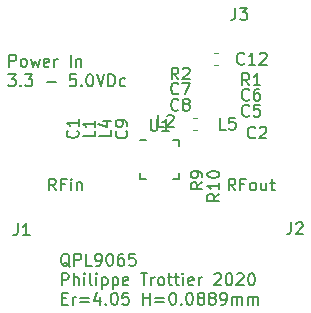
<source format=gbr>
%TF.GenerationSoftware,KiCad,Pcbnew,5.1.7*%
%TF.CreationDate,2020-12-15T20:32:55+00:00*%
%TF.ProjectId,QPL9065,51504c39-3036-4352-9e6b-696361645f70,rev?*%
%TF.SameCoordinates,Original*%
%TF.FileFunction,Legend,Top*%
%TF.FilePolarity,Positive*%
%FSLAX46Y46*%
G04 Gerber Fmt 4.6, Leading zero omitted, Abs format (unit mm)*
G04 Created by KiCad (PCBNEW 5.1.7) date 2020-12-15 20:32:55*
%MOMM*%
%LPD*%
G01*
G04 APERTURE LIST*
%ADD10C,0.150000*%
%ADD11C,0.120000*%
G04 APERTURE END LIST*
D10*
X137285595Y-86127380D02*
X137285595Y-85127380D01*
X137666547Y-85127380D01*
X137761785Y-85175000D01*
X137809404Y-85222619D01*
X137857023Y-85317857D01*
X137857023Y-85460714D01*
X137809404Y-85555952D01*
X137761785Y-85603571D01*
X137666547Y-85651190D01*
X137285595Y-85651190D01*
X138428452Y-86127380D02*
X138333214Y-86079761D01*
X138285595Y-86032142D01*
X138237976Y-85936904D01*
X138237976Y-85651190D01*
X138285595Y-85555952D01*
X138333214Y-85508333D01*
X138428452Y-85460714D01*
X138571309Y-85460714D01*
X138666547Y-85508333D01*
X138714166Y-85555952D01*
X138761785Y-85651190D01*
X138761785Y-85936904D01*
X138714166Y-86032142D01*
X138666547Y-86079761D01*
X138571309Y-86127380D01*
X138428452Y-86127380D01*
X139095119Y-85460714D02*
X139285595Y-86127380D01*
X139476071Y-85651190D01*
X139666547Y-86127380D01*
X139857023Y-85460714D01*
X140618928Y-86079761D02*
X140523690Y-86127380D01*
X140333214Y-86127380D01*
X140237976Y-86079761D01*
X140190357Y-85984523D01*
X140190357Y-85603571D01*
X140237976Y-85508333D01*
X140333214Y-85460714D01*
X140523690Y-85460714D01*
X140618928Y-85508333D01*
X140666547Y-85603571D01*
X140666547Y-85698809D01*
X140190357Y-85794047D01*
X141095119Y-86127380D02*
X141095119Y-85460714D01*
X141095119Y-85651190D02*
X141142738Y-85555952D01*
X141190357Y-85508333D01*
X141285595Y-85460714D01*
X141380833Y-85460714D01*
X142476071Y-86127380D02*
X142476071Y-85127380D01*
X142952261Y-85460714D02*
X142952261Y-86127380D01*
X142952261Y-85555952D02*
X142999880Y-85508333D01*
X143095119Y-85460714D01*
X143237976Y-85460714D01*
X143333214Y-85508333D01*
X143380833Y-85603571D01*
X143380833Y-86127380D01*
X137190357Y-86777380D02*
X137809404Y-86777380D01*
X137476071Y-87158333D01*
X137618928Y-87158333D01*
X137714166Y-87205952D01*
X137761785Y-87253571D01*
X137809404Y-87348809D01*
X137809404Y-87586904D01*
X137761785Y-87682142D01*
X137714166Y-87729761D01*
X137618928Y-87777380D01*
X137333214Y-87777380D01*
X137237976Y-87729761D01*
X137190357Y-87682142D01*
X138237976Y-87682142D02*
X138285595Y-87729761D01*
X138237976Y-87777380D01*
X138190357Y-87729761D01*
X138237976Y-87682142D01*
X138237976Y-87777380D01*
X138618928Y-86777380D02*
X139237976Y-86777380D01*
X138904642Y-87158333D01*
X139047500Y-87158333D01*
X139142738Y-87205952D01*
X139190357Y-87253571D01*
X139237976Y-87348809D01*
X139237976Y-87586904D01*
X139190357Y-87682142D01*
X139142738Y-87729761D01*
X139047500Y-87777380D01*
X138761785Y-87777380D01*
X138666547Y-87729761D01*
X138618928Y-87682142D01*
X140428452Y-87396428D02*
X141190357Y-87396428D01*
X142904642Y-86777380D02*
X142428452Y-86777380D01*
X142380833Y-87253571D01*
X142428452Y-87205952D01*
X142523690Y-87158333D01*
X142761785Y-87158333D01*
X142857023Y-87205952D01*
X142904642Y-87253571D01*
X142952261Y-87348809D01*
X142952261Y-87586904D01*
X142904642Y-87682142D01*
X142857023Y-87729761D01*
X142761785Y-87777380D01*
X142523690Y-87777380D01*
X142428452Y-87729761D01*
X142380833Y-87682142D01*
X143380833Y-87682142D02*
X143428452Y-87729761D01*
X143380833Y-87777380D01*
X143333214Y-87729761D01*
X143380833Y-87682142D01*
X143380833Y-87777380D01*
X144047500Y-86777380D02*
X144142738Y-86777380D01*
X144237976Y-86825000D01*
X144285595Y-86872619D01*
X144333214Y-86967857D01*
X144380833Y-87158333D01*
X144380833Y-87396428D01*
X144333214Y-87586904D01*
X144285595Y-87682142D01*
X144237976Y-87729761D01*
X144142738Y-87777380D01*
X144047500Y-87777380D01*
X143952261Y-87729761D01*
X143904642Y-87682142D01*
X143857023Y-87586904D01*
X143809404Y-87396428D01*
X143809404Y-87158333D01*
X143857023Y-86967857D01*
X143904642Y-86872619D01*
X143952261Y-86825000D01*
X144047500Y-86777380D01*
X144666547Y-86777380D02*
X144999880Y-87777380D01*
X145333214Y-86777380D01*
X145666547Y-87777380D02*
X145666547Y-86777380D01*
X145904642Y-86777380D01*
X146047500Y-86825000D01*
X146142738Y-86920238D01*
X146190357Y-87015476D01*
X146237976Y-87205952D01*
X146237976Y-87348809D01*
X146190357Y-87539285D01*
X146142738Y-87634523D01*
X146047500Y-87729761D01*
X145904642Y-87777380D01*
X145666547Y-87777380D01*
X147095119Y-87729761D02*
X146999880Y-87777380D01*
X146809404Y-87777380D01*
X146714166Y-87729761D01*
X146666547Y-87682142D01*
X146618928Y-87586904D01*
X146618928Y-87301190D01*
X146666547Y-87205952D01*
X146714166Y-87158333D01*
X146809404Y-87110714D01*
X146999880Y-87110714D01*
X147095119Y-87158333D01*
X156410476Y-96612380D02*
X156077142Y-96136190D01*
X155839047Y-96612380D02*
X155839047Y-95612380D01*
X156220000Y-95612380D01*
X156315238Y-95660000D01*
X156362857Y-95707619D01*
X156410476Y-95802857D01*
X156410476Y-95945714D01*
X156362857Y-96040952D01*
X156315238Y-96088571D01*
X156220000Y-96136190D01*
X155839047Y-96136190D01*
X157172380Y-96088571D02*
X156839047Y-96088571D01*
X156839047Y-96612380D02*
X156839047Y-95612380D01*
X157315238Y-95612380D01*
X157839047Y-96612380D02*
X157743809Y-96564761D01*
X157696190Y-96517142D01*
X157648571Y-96421904D01*
X157648571Y-96136190D01*
X157696190Y-96040952D01*
X157743809Y-95993333D01*
X157839047Y-95945714D01*
X157981904Y-95945714D01*
X158077142Y-95993333D01*
X158124761Y-96040952D01*
X158172380Y-96136190D01*
X158172380Y-96421904D01*
X158124761Y-96517142D01*
X158077142Y-96564761D01*
X157981904Y-96612380D01*
X157839047Y-96612380D01*
X159029523Y-95945714D02*
X159029523Y-96612380D01*
X158600952Y-95945714D02*
X158600952Y-96469523D01*
X158648571Y-96564761D01*
X158743809Y-96612380D01*
X158886666Y-96612380D01*
X158981904Y-96564761D01*
X159029523Y-96517142D01*
X159362857Y-95945714D02*
X159743809Y-95945714D01*
X159505714Y-95612380D02*
X159505714Y-96469523D01*
X159553333Y-96564761D01*
X159648571Y-96612380D01*
X159743809Y-96612380D01*
X141230476Y-96602380D02*
X140897142Y-96126190D01*
X140659047Y-96602380D02*
X140659047Y-95602380D01*
X141040000Y-95602380D01*
X141135238Y-95650000D01*
X141182857Y-95697619D01*
X141230476Y-95792857D01*
X141230476Y-95935714D01*
X141182857Y-96030952D01*
X141135238Y-96078571D01*
X141040000Y-96126190D01*
X140659047Y-96126190D01*
X141992380Y-96078571D02*
X141659047Y-96078571D01*
X141659047Y-96602380D02*
X141659047Y-95602380D01*
X142135238Y-95602380D01*
X142516190Y-96602380D02*
X142516190Y-95935714D01*
X142516190Y-95602380D02*
X142468571Y-95650000D01*
X142516190Y-95697619D01*
X142563809Y-95650000D01*
X142516190Y-95602380D01*
X142516190Y-95697619D01*
X142992380Y-95935714D02*
X142992380Y-96602380D01*
X142992380Y-96030952D02*
X143040000Y-95983333D01*
X143135238Y-95935714D01*
X143278095Y-95935714D01*
X143373333Y-95983333D01*
X143420952Y-96078571D01*
X143420952Y-96602380D01*
X142402261Y-103072619D02*
X142307023Y-103025000D01*
X142211785Y-102929761D01*
X142068928Y-102786904D01*
X141973690Y-102739285D01*
X141878452Y-102739285D01*
X141926071Y-102977380D02*
X141830833Y-102929761D01*
X141735595Y-102834523D01*
X141687976Y-102644047D01*
X141687976Y-102310714D01*
X141735595Y-102120238D01*
X141830833Y-102025000D01*
X141926071Y-101977380D01*
X142116547Y-101977380D01*
X142211785Y-102025000D01*
X142307023Y-102120238D01*
X142354642Y-102310714D01*
X142354642Y-102644047D01*
X142307023Y-102834523D01*
X142211785Y-102929761D01*
X142116547Y-102977380D01*
X141926071Y-102977380D01*
X142783214Y-102977380D02*
X142783214Y-101977380D01*
X143164166Y-101977380D01*
X143259404Y-102025000D01*
X143307023Y-102072619D01*
X143354642Y-102167857D01*
X143354642Y-102310714D01*
X143307023Y-102405952D01*
X143259404Y-102453571D01*
X143164166Y-102501190D01*
X142783214Y-102501190D01*
X144259404Y-102977380D02*
X143783214Y-102977380D01*
X143783214Y-101977380D01*
X144640357Y-102977380D02*
X144830833Y-102977380D01*
X144926071Y-102929761D01*
X144973690Y-102882142D01*
X145068928Y-102739285D01*
X145116547Y-102548809D01*
X145116547Y-102167857D01*
X145068928Y-102072619D01*
X145021309Y-102025000D01*
X144926071Y-101977380D01*
X144735595Y-101977380D01*
X144640357Y-102025000D01*
X144592738Y-102072619D01*
X144545119Y-102167857D01*
X144545119Y-102405952D01*
X144592738Y-102501190D01*
X144640357Y-102548809D01*
X144735595Y-102596428D01*
X144926071Y-102596428D01*
X145021309Y-102548809D01*
X145068928Y-102501190D01*
X145116547Y-102405952D01*
X145735595Y-101977380D02*
X145830833Y-101977380D01*
X145926071Y-102025000D01*
X145973690Y-102072619D01*
X146021309Y-102167857D01*
X146068928Y-102358333D01*
X146068928Y-102596428D01*
X146021309Y-102786904D01*
X145973690Y-102882142D01*
X145926071Y-102929761D01*
X145830833Y-102977380D01*
X145735595Y-102977380D01*
X145640357Y-102929761D01*
X145592738Y-102882142D01*
X145545119Y-102786904D01*
X145497500Y-102596428D01*
X145497500Y-102358333D01*
X145545119Y-102167857D01*
X145592738Y-102072619D01*
X145640357Y-102025000D01*
X145735595Y-101977380D01*
X146926071Y-101977380D02*
X146735595Y-101977380D01*
X146640357Y-102025000D01*
X146592738Y-102072619D01*
X146497500Y-102215476D01*
X146449880Y-102405952D01*
X146449880Y-102786904D01*
X146497500Y-102882142D01*
X146545119Y-102929761D01*
X146640357Y-102977380D01*
X146830833Y-102977380D01*
X146926071Y-102929761D01*
X146973690Y-102882142D01*
X147021309Y-102786904D01*
X147021309Y-102548809D01*
X146973690Y-102453571D01*
X146926071Y-102405952D01*
X146830833Y-102358333D01*
X146640357Y-102358333D01*
X146545119Y-102405952D01*
X146497500Y-102453571D01*
X146449880Y-102548809D01*
X147926071Y-101977380D02*
X147449880Y-101977380D01*
X147402261Y-102453571D01*
X147449880Y-102405952D01*
X147545119Y-102358333D01*
X147783214Y-102358333D01*
X147878452Y-102405952D01*
X147926071Y-102453571D01*
X147973690Y-102548809D01*
X147973690Y-102786904D01*
X147926071Y-102882142D01*
X147878452Y-102929761D01*
X147783214Y-102977380D01*
X147545119Y-102977380D01*
X147449880Y-102929761D01*
X147402261Y-102882142D01*
X141735595Y-104627380D02*
X141735595Y-103627380D01*
X142116547Y-103627380D01*
X142211785Y-103675000D01*
X142259404Y-103722619D01*
X142307023Y-103817857D01*
X142307023Y-103960714D01*
X142259404Y-104055952D01*
X142211785Y-104103571D01*
X142116547Y-104151190D01*
X141735595Y-104151190D01*
X142735595Y-104627380D02*
X142735595Y-103627380D01*
X143164166Y-104627380D02*
X143164166Y-104103571D01*
X143116547Y-104008333D01*
X143021309Y-103960714D01*
X142878452Y-103960714D01*
X142783214Y-104008333D01*
X142735595Y-104055952D01*
X143640357Y-104627380D02*
X143640357Y-103960714D01*
X143640357Y-103627380D02*
X143592738Y-103675000D01*
X143640357Y-103722619D01*
X143687976Y-103675000D01*
X143640357Y-103627380D01*
X143640357Y-103722619D01*
X144259404Y-104627380D02*
X144164166Y-104579761D01*
X144116547Y-104484523D01*
X144116547Y-103627380D01*
X144640357Y-104627380D02*
X144640357Y-103960714D01*
X144640357Y-103627380D02*
X144592738Y-103675000D01*
X144640357Y-103722619D01*
X144687976Y-103675000D01*
X144640357Y-103627380D01*
X144640357Y-103722619D01*
X145116547Y-103960714D02*
X145116547Y-104960714D01*
X145116547Y-104008333D02*
X145211785Y-103960714D01*
X145402261Y-103960714D01*
X145497500Y-104008333D01*
X145545119Y-104055952D01*
X145592738Y-104151190D01*
X145592738Y-104436904D01*
X145545119Y-104532142D01*
X145497500Y-104579761D01*
X145402261Y-104627380D01*
X145211785Y-104627380D01*
X145116547Y-104579761D01*
X146021309Y-103960714D02*
X146021309Y-104960714D01*
X146021309Y-104008333D02*
X146116547Y-103960714D01*
X146307023Y-103960714D01*
X146402261Y-104008333D01*
X146449880Y-104055952D01*
X146497500Y-104151190D01*
X146497500Y-104436904D01*
X146449880Y-104532142D01*
X146402261Y-104579761D01*
X146307023Y-104627380D01*
X146116547Y-104627380D01*
X146021309Y-104579761D01*
X147307023Y-104579761D02*
X147211785Y-104627380D01*
X147021309Y-104627380D01*
X146926071Y-104579761D01*
X146878452Y-104484523D01*
X146878452Y-104103571D01*
X146926071Y-104008333D01*
X147021309Y-103960714D01*
X147211785Y-103960714D01*
X147307023Y-104008333D01*
X147354642Y-104103571D01*
X147354642Y-104198809D01*
X146878452Y-104294047D01*
X148402261Y-103627380D02*
X148973690Y-103627380D01*
X148687976Y-104627380D02*
X148687976Y-103627380D01*
X149307023Y-104627380D02*
X149307023Y-103960714D01*
X149307023Y-104151190D02*
X149354642Y-104055952D01*
X149402261Y-104008333D01*
X149497500Y-103960714D01*
X149592738Y-103960714D01*
X150068928Y-104627380D02*
X149973690Y-104579761D01*
X149926071Y-104532142D01*
X149878452Y-104436904D01*
X149878452Y-104151190D01*
X149926071Y-104055952D01*
X149973690Y-104008333D01*
X150068928Y-103960714D01*
X150211785Y-103960714D01*
X150307023Y-104008333D01*
X150354642Y-104055952D01*
X150402261Y-104151190D01*
X150402261Y-104436904D01*
X150354642Y-104532142D01*
X150307023Y-104579761D01*
X150211785Y-104627380D01*
X150068928Y-104627380D01*
X150687976Y-103960714D02*
X151068928Y-103960714D01*
X150830833Y-103627380D02*
X150830833Y-104484523D01*
X150878452Y-104579761D01*
X150973690Y-104627380D01*
X151068928Y-104627380D01*
X151259404Y-103960714D02*
X151640357Y-103960714D01*
X151402261Y-103627380D02*
X151402261Y-104484523D01*
X151449880Y-104579761D01*
X151545119Y-104627380D01*
X151640357Y-104627380D01*
X151973690Y-104627380D02*
X151973690Y-103960714D01*
X151973690Y-103627380D02*
X151926071Y-103675000D01*
X151973690Y-103722619D01*
X152021309Y-103675000D01*
X151973690Y-103627380D01*
X151973690Y-103722619D01*
X152830833Y-104579761D02*
X152735595Y-104627380D01*
X152545119Y-104627380D01*
X152449880Y-104579761D01*
X152402261Y-104484523D01*
X152402261Y-104103571D01*
X152449880Y-104008333D01*
X152545119Y-103960714D01*
X152735595Y-103960714D01*
X152830833Y-104008333D01*
X152878452Y-104103571D01*
X152878452Y-104198809D01*
X152402261Y-104294047D01*
X153307023Y-104627380D02*
X153307023Y-103960714D01*
X153307023Y-104151190D02*
X153354642Y-104055952D01*
X153402261Y-104008333D01*
X153497500Y-103960714D01*
X153592738Y-103960714D01*
X154640357Y-103722619D02*
X154687976Y-103675000D01*
X154783214Y-103627380D01*
X155021309Y-103627380D01*
X155116547Y-103675000D01*
X155164166Y-103722619D01*
X155211785Y-103817857D01*
X155211785Y-103913095D01*
X155164166Y-104055952D01*
X154592738Y-104627380D01*
X155211785Y-104627380D01*
X155830833Y-103627380D02*
X155926071Y-103627380D01*
X156021309Y-103675000D01*
X156068928Y-103722619D01*
X156116547Y-103817857D01*
X156164166Y-104008333D01*
X156164166Y-104246428D01*
X156116547Y-104436904D01*
X156068928Y-104532142D01*
X156021309Y-104579761D01*
X155926071Y-104627380D01*
X155830833Y-104627380D01*
X155735595Y-104579761D01*
X155687976Y-104532142D01*
X155640357Y-104436904D01*
X155592738Y-104246428D01*
X155592738Y-104008333D01*
X155640357Y-103817857D01*
X155687976Y-103722619D01*
X155735595Y-103675000D01*
X155830833Y-103627380D01*
X156545119Y-103722619D02*
X156592738Y-103675000D01*
X156687976Y-103627380D01*
X156926071Y-103627380D01*
X157021309Y-103675000D01*
X157068928Y-103722619D01*
X157116547Y-103817857D01*
X157116547Y-103913095D01*
X157068928Y-104055952D01*
X156497500Y-104627380D01*
X157116547Y-104627380D01*
X157735595Y-103627380D02*
X157830833Y-103627380D01*
X157926071Y-103675000D01*
X157973690Y-103722619D01*
X158021309Y-103817857D01*
X158068928Y-104008333D01*
X158068928Y-104246428D01*
X158021309Y-104436904D01*
X157973690Y-104532142D01*
X157926071Y-104579761D01*
X157830833Y-104627380D01*
X157735595Y-104627380D01*
X157640357Y-104579761D01*
X157592738Y-104532142D01*
X157545119Y-104436904D01*
X157497500Y-104246428D01*
X157497500Y-104008333D01*
X157545119Y-103817857D01*
X157592738Y-103722619D01*
X157640357Y-103675000D01*
X157735595Y-103627380D01*
X141735595Y-105753571D02*
X142068928Y-105753571D01*
X142211785Y-106277380D02*
X141735595Y-106277380D01*
X141735595Y-105277380D01*
X142211785Y-105277380D01*
X142640357Y-106277380D02*
X142640357Y-105610714D01*
X142640357Y-105801190D02*
X142687976Y-105705952D01*
X142735595Y-105658333D01*
X142830833Y-105610714D01*
X142926071Y-105610714D01*
X143259404Y-105753571D02*
X144021309Y-105753571D01*
X144021309Y-106039285D02*
X143259404Y-106039285D01*
X144926071Y-105610714D02*
X144926071Y-106277380D01*
X144687976Y-105229761D02*
X144449880Y-105944047D01*
X145068928Y-105944047D01*
X145449880Y-106182142D02*
X145497500Y-106229761D01*
X145449880Y-106277380D01*
X145402261Y-106229761D01*
X145449880Y-106182142D01*
X145449880Y-106277380D01*
X146116547Y-105277380D02*
X146211785Y-105277380D01*
X146307023Y-105325000D01*
X146354642Y-105372619D01*
X146402261Y-105467857D01*
X146449880Y-105658333D01*
X146449880Y-105896428D01*
X146402261Y-106086904D01*
X146354642Y-106182142D01*
X146307023Y-106229761D01*
X146211785Y-106277380D01*
X146116547Y-106277380D01*
X146021309Y-106229761D01*
X145973690Y-106182142D01*
X145926071Y-106086904D01*
X145878452Y-105896428D01*
X145878452Y-105658333D01*
X145926071Y-105467857D01*
X145973690Y-105372619D01*
X146021309Y-105325000D01*
X146116547Y-105277380D01*
X147354642Y-105277380D02*
X146878452Y-105277380D01*
X146830833Y-105753571D01*
X146878452Y-105705952D01*
X146973690Y-105658333D01*
X147211785Y-105658333D01*
X147307023Y-105705952D01*
X147354642Y-105753571D01*
X147402261Y-105848809D01*
X147402261Y-106086904D01*
X147354642Y-106182142D01*
X147307023Y-106229761D01*
X147211785Y-106277380D01*
X146973690Y-106277380D01*
X146878452Y-106229761D01*
X146830833Y-106182142D01*
X148592738Y-106277380D02*
X148592738Y-105277380D01*
X148592738Y-105753571D02*
X149164166Y-105753571D01*
X149164166Y-106277380D02*
X149164166Y-105277380D01*
X149640357Y-105753571D02*
X150402261Y-105753571D01*
X150402261Y-106039285D02*
X149640357Y-106039285D01*
X151068928Y-105277380D02*
X151164166Y-105277380D01*
X151259404Y-105325000D01*
X151307023Y-105372619D01*
X151354642Y-105467857D01*
X151402261Y-105658333D01*
X151402261Y-105896428D01*
X151354642Y-106086904D01*
X151307023Y-106182142D01*
X151259404Y-106229761D01*
X151164166Y-106277380D01*
X151068928Y-106277380D01*
X150973690Y-106229761D01*
X150926071Y-106182142D01*
X150878452Y-106086904D01*
X150830833Y-105896428D01*
X150830833Y-105658333D01*
X150878452Y-105467857D01*
X150926071Y-105372619D01*
X150973690Y-105325000D01*
X151068928Y-105277380D01*
X151830833Y-106182142D02*
X151878452Y-106229761D01*
X151830833Y-106277380D01*
X151783214Y-106229761D01*
X151830833Y-106182142D01*
X151830833Y-106277380D01*
X152497500Y-105277380D02*
X152592738Y-105277380D01*
X152687976Y-105325000D01*
X152735595Y-105372619D01*
X152783214Y-105467857D01*
X152830833Y-105658333D01*
X152830833Y-105896428D01*
X152783214Y-106086904D01*
X152735595Y-106182142D01*
X152687976Y-106229761D01*
X152592738Y-106277380D01*
X152497500Y-106277380D01*
X152402261Y-106229761D01*
X152354642Y-106182142D01*
X152307023Y-106086904D01*
X152259404Y-105896428D01*
X152259404Y-105658333D01*
X152307023Y-105467857D01*
X152354642Y-105372619D01*
X152402261Y-105325000D01*
X152497500Y-105277380D01*
X153402261Y-105705952D02*
X153307023Y-105658333D01*
X153259404Y-105610714D01*
X153211785Y-105515476D01*
X153211785Y-105467857D01*
X153259404Y-105372619D01*
X153307023Y-105325000D01*
X153402261Y-105277380D01*
X153592738Y-105277380D01*
X153687976Y-105325000D01*
X153735595Y-105372619D01*
X153783214Y-105467857D01*
X153783214Y-105515476D01*
X153735595Y-105610714D01*
X153687976Y-105658333D01*
X153592738Y-105705952D01*
X153402261Y-105705952D01*
X153307023Y-105753571D01*
X153259404Y-105801190D01*
X153211785Y-105896428D01*
X153211785Y-106086904D01*
X153259404Y-106182142D01*
X153307023Y-106229761D01*
X153402261Y-106277380D01*
X153592738Y-106277380D01*
X153687976Y-106229761D01*
X153735595Y-106182142D01*
X153783214Y-106086904D01*
X153783214Y-105896428D01*
X153735595Y-105801190D01*
X153687976Y-105753571D01*
X153592738Y-105705952D01*
X154354642Y-105705952D02*
X154259404Y-105658333D01*
X154211785Y-105610714D01*
X154164166Y-105515476D01*
X154164166Y-105467857D01*
X154211785Y-105372619D01*
X154259404Y-105325000D01*
X154354642Y-105277380D01*
X154545119Y-105277380D01*
X154640357Y-105325000D01*
X154687976Y-105372619D01*
X154735595Y-105467857D01*
X154735595Y-105515476D01*
X154687976Y-105610714D01*
X154640357Y-105658333D01*
X154545119Y-105705952D01*
X154354642Y-105705952D01*
X154259404Y-105753571D01*
X154211785Y-105801190D01*
X154164166Y-105896428D01*
X154164166Y-106086904D01*
X154211785Y-106182142D01*
X154259404Y-106229761D01*
X154354642Y-106277380D01*
X154545119Y-106277380D01*
X154640357Y-106229761D01*
X154687976Y-106182142D01*
X154735595Y-106086904D01*
X154735595Y-105896428D01*
X154687976Y-105801190D01*
X154640357Y-105753571D01*
X154545119Y-105705952D01*
X155211785Y-106277380D02*
X155402261Y-106277380D01*
X155497500Y-106229761D01*
X155545119Y-106182142D01*
X155640357Y-106039285D01*
X155687976Y-105848809D01*
X155687976Y-105467857D01*
X155640357Y-105372619D01*
X155592738Y-105325000D01*
X155497500Y-105277380D01*
X155307023Y-105277380D01*
X155211785Y-105325000D01*
X155164166Y-105372619D01*
X155116547Y-105467857D01*
X155116547Y-105705952D01*
X155164166Y-105801190D01*
X155211785Y-105848809D01*
X155307023Y-105896428D01*
X155497500Y-105896428D01*
X155592738Y-105848809D01*
X155640357Y-105801190D01*
X155687976Y-105705952D01*
X156116547Y-106277380D02*
X156116547Y-105610714D01*
X156116547Y-105705952D02*
X156164166Y-105658333D01*
X156259404Y-105610714D01*
X156402261Y-105610714D01*
X156497500Y-105658333D01*
X156545119Y-105753571D01*
X156545119Y-106277380D01*
X156545119Y-105753571D02*
X156592738Y-105658333D01*
X156687976Y-105610714D01*
X156830833Y-105610714D01*
X156926071Y-105658333D01*
X156973690Y-105753571D01*
X156973690Y-106277380D01*
X157449880Y-106277380D02*
X157449880Y-105610714D01*
X157449880Y-105705952D02*
X157497500Y-105658333D01*
X157592738Y-105610714D01*
X157735595Y-105610714D01*
X157830833Y-105658333D01*
X157878452Y-105753571D01*
X157878452Y-106277380D01*
X157878452Y-105753571D02*
X157926071Y-105658333D01*
X158021309Y-105610714D01*
X158164166Y-105610714D01*
X158259404Y-105658333D01*
X158307023Y-105753571D01*
X158307023Y-106277380D01*
D11*
%TO.C,C12*%
X154624721Y-84990000D02*
X154950279Y-84990000D01*
X154624721Y-86010000D02*
X154950279Y-86010000D01*
%TO.C,L5*%
X152824721Y-90490000D02*
X153150279Y-90490000D01*
X152824721Y-91510000D02*
X153150279Y-91510000D01*
D10*
%TO.C,U1*%
X151650000Y-92350000D02*
X151650000Y-92875000D01*
X148350000Y-95650000D02*
X148350000Y-95125000D01*
X151650000Y-95650000D02*
X151650000Y-95125000D01*
X148350000Y-92350000D02*
X148875000Y-92350000D01*
X148350000Y-95650000D02*
X148875000Y-95650000D01*
X151650000Y-95650000D02*
X151125000Y-95650000D01*
X151650000Y-92350000D02*
X151125000Y-92350000D01*
%TO.C,C5*%
X157583333Y-90257142D02*
X157535714Y-90304761D01*
X157392857Y-90352380D01*
X157297619Y-90352380D01*
X157154761Y-90304761D01*
X157059523Y-90209523D01*
X157011904Y-90114285D01*
X156964285Y-89923809D01*
X156964285Y-89780952D01*
X157011904Y-89590476D01*
X157059523Y-89495238D01*
X157154761Y-89400000D01*
X157297619Y-89352380D01*
X157392857Y-89352380D01*
X157535714Y-89400000D01*
X157583333Y-89447619D01*
X158488095Y-89352380D02*
X158011904Y-89352380D01*
X157964285Y-89828571D01*
X158011904Y-89780952D01*
X158107142Y-89733333D01*
X158345238Y-89733333D01*
X158440476Y-89780952D01*
X158488095Y-89828571D01*
X158535714Y-89923809D01*
X158535714Y-90161904D01*
X158488095Y-90257142D01*
X158440476Y-90304761D01*
X158345238Y-90352380D01*
X158107142Y-90352380D01*
X158011904Y-90304761D01*
X157964285Y-90257142D01*
%TO.C,C6*%
X157583333Y-88907142D02*
X157535714Y-88954761D01*
X157392857Y-89002380D01*
X157297619Y-89002380D01*
X157154761Y-88954761D01*
X157059523Y-88859523D01*
X157011904Y-88764285D01*
X156964285Y-88573809D01*
X156964285Y-88430952D01*
X157011904Y-88240476D01*
X157059523Y-88145238D01*
X157154761Y-88050000D01*
X157297619Y-88002380D01*
X157392857Y-88002380D01*
X157535714Y-88050000D01*
X157583333Y-88097619D01*
X158440476Y-88002380D02*
X158250000Y-88002380D01*
X158154761Y-88050000D01*
X158107142Y-88097619D01*
X158011904Y-88240476D01*
X157964285Y-88430952D01*
X157964285Y-88811904D01*
X158011904Y-88907142D01*
X158059523Y-88954761D01*
X158154761Y-89002380D01*
X158345238Y-89002380D01*
X158440476Y-88954761D01*
X158488095Y-88907142D01*
X158535714Y-88811904D01*
X158535714Y-88573809D01*
X158488095Y-88478571D01*
X158440476Y-88430952D01*
X158345238Y-88383333D01*
X158154761Y-88383333D01*
X158059523Y-88430952D01*
X158011904Y-88478571D01*
X157964285Y-88573809D01*
%TO.C,C7*%
X151583333Y-88382142D02*
X151535714Y-88429761D01*
X151392857Y-88477380D01*
X151297619Y-88477380D01*
X151154761Y-88429761D01*
X151059523Y-88334523D01*
X151011904Y-88239285D01*
X150964285Y-88048809D01*
X150964285Y-87905952D01*
X151011904Y-87715476D01*
X151059523Y-87620238D01*
X151154761Y-87525000D01*
X151297619Y-87477380D01*
X151392857Y-87477380D01*
X151535714Y-87525000D01*
X151583333Y-87572619D01*
X151916666Y-87477380D02*
X152583333Y-87477380D01*
X152154761Y-88477380D01*
%TO.C,C8*%
X151583333Y-89757142D02*
X151535714Y-89804761D01*
X151392857Y-89852380D01*
X151297619Y-89852380D01*
X151154761Y-89804761D01*
X151059523Y-89709523D01*
X151011904Y-89614285D01*
X150964285Y-89423809D01*
X150964285Y-89280952D01*
X151011904Y-89090476D01*
X151059523Y-88995238D01*
X151154761Y-88900000D01*
X151297619Y-88852380D01*
X151392857Y-88852380D01*
X151535714Y-88900000D01*
X151583333Y-88947619D01*
X152154761Y-89280952D02*
X152059523Y-89233333D01*
X152011904Y-89185714D01*
X151964285Y-89090476D01*
X151964285Y-89042857D01*
X152011904Y-88947619D01*
X152059523Y-88900000D01*
X152154761Y-88852380D01*
X152345238Y-88852380D01*
X152440476Y-88900000D01*
X152488095Y-88947619D01*
X152535714Y-89042857D01*
X152535714Y-89090476D01*
X152488095Y-89185714D01*
X152440476Y-89233333D01*
X152345238Y-89280952D01*
X152154761Y-89280952D01*
X152059523Y-89328571D01*
X152011904Y-89376190D01*
X151964285Y-89471428D01*
X151964285Y-89661904D01*
X152011904Y-89757142D01*
X152059523Y-89804761D01*
X152154761Y-89852380D01*
X152345238Y-89852380D01*
X152440476Y-89804761D01*
X152488095Y-89757142D01*
X152535714Y-89661904D01*
X152535714Y-89471428D01*
X152488095Y-89376190D01*
X152440476Y-89328571D01*
X152345238Y-89280952D01*
%TO.C,C12*%
X157157142Y-85857142D02*
X157109523Y-85904761D01*
X156966666Y-85952380D01*
X156871428Y-85952380D01*
X156728571Y-85904761D01*
X156633333Y-85809523D01*
X156585714Y-85714285D01*
X156538095Y-85523809D01*
X156538095Y-85380952D01*
X156585714Y-85190476D01*
X156633333Y-85095238D01*
X156728571Y-85000000D01*
X156871428Y-84952380D01*
X156966666Y-84952380D01*
X157109523Y-85000000D01*
X157157142Y-85047619D01*
X158109523Y-85952380D02*
X157538095Y-85952380D01*
X157823809Y-85952380D02*
X157823809Y-84952380D01*
X157728571Y-85095238D01*
X157633333Y-85190476D01*
X157538095Y-85238095D01*
X158490476Y-85047619D02*
X158538095Y-85000000D01*
X158633333Y-84952380D01*
X158871428Y-84952380D01*
X158966666Y-85000000D01*
X159014285Y-85047619D01*
X159061904Y-85142857D01*
X159061904Y-85238095D01*
X159014285Y-85380952D01*
X158442857Y-85952380D01*
X159061904Y-85952380D01*
%TO.C,L2*%
X150333333Y-91227380D02*
X149857142Y-91227380D01*
X149857142Y-90227380D01*
X150619047Y-90322619D02*
X150666666Y-90275000D01*
X150761904Y-90227380D01*
X151000000Y-90227380D01*
X151095238Y-90275000D01*
X151142857Y-90322619D01*
X151190476Y-90417857D01*
X151190476Y-90513095D01*
X151142857Y-90655952D01*
X150571428Y-91227380D01*
X151190476Y-91227380D01*
%TO.C,L5*%
X155583333Y-91452380D02*
X155107142Y-91452380D01*
X155107142Y-90452380D01*
X156392857Y-90452380D02*
X155916666Y-90452380D01*
X155869047Y-90928571D01*
X155916666Y-90880952D01*
X156011904Y-90833333D01*
X156250000Y-90833333D01*
X156345238Y-90880952D01*
X156392857Y-90928571D01*
X156440476Y-91023809D01*
X156440476Y-91261904D01*
X156392857Y-91357142D01*
X156345238Y-91404761D01*
X156250000Y-91452380D01*
X156011904Y-91452380D01*
X155916666Y-91404761D01*
X155869047Y-91357142D01*
%TO.C,J1*%
X137996666Y-99402380D02*
X137996666Y-100116666D01*
X137949047Y-100259523D01*
X137853809Y-100354761D01*
X137710952Y-100402380D01*
X137615714Y-100402380D01*
X138996666Y-100402380D02*
X138425238Y-100402380D01*
X138710952Y-100402380D02*
X138710952Y-99402380D01*
X138615714Y-99545238D01*
X138520476Y-99640476D01*
X138425238Y-99688095D01*
%TO.C,J2*%
X161126666Y-99312380D02*
X161126666Y-100026666D01*
X161079047Y-100169523D01*
X160983809Y-100264761D01*
X160840952Y-100312380D01*
X160745714Y-100312380D01*
X161555238Y-99407619D02*
X161602857Y-99360000D01*
X161698095Y-99312380D01*
X161936190Y-99312380D01*
X162031428Y-99360000D01*
X162079047Y-99407619D01*
X162126666Y-99502857D01*
X162126666Y-99598095D01*
X162079047Y-99740952D01*
X161507619Y-100312380D01*
X162126666Y-100312380D01*
%TO.C,J3*%
X156416666Y-81152380D02*
X156416666Y-81866666D01*
X156369047Y-82009523D01*
X156273809Y-82104761D01*
X156130952Y-82152380D01*
X156035714Y-82152380D01*
X156797619Y-81152380D02*
X157416666Y-81152380D01*
X157083333Y-81533333D01*
X157226190Y-81533333D01*
X157321428Y-81580952D01*
X157369047Y-81628571D01*
X157416666Y-81723809D01*
X157416666Y-81961904D01*
X157369047Y-82057142D01*
X157321428Y-82104761D01*
X157226190Y-82152380D01*
X156940476Y-82152380D01*
X156845238Y-82104761D01*
X156797619Y-82057142D01*
%TO.C,R1*%
X157583333Y-87702380D02*
X157250000Y-87226190D01*
X157011904Y-87702380D02*
X157011904Y-86702380D01*
X157392857Y-86702380D01*
X157488095Y-86750000D01*
X157535714Y-86797619D01*
X157583333Y-86892857D01*
X157583333Y-87035714D01*
X157535714Y-87130952D01*
X157488095Y-87178571D01*
X157392857Y-87226190D01*
X157011904Y-87226190D01*
X158535714Y-87702380D02*
X157964285Y-87702380D01*
X158250000Y-87702380D02*
X158250000Y-86702380D01*
X158154761Y-86845238D01*
X158059523Y-86940476D01*
X157964285Y-86988095D01*
%TO.C,R2*%
X151583333Y-87202380D02*
X151250000Y-86726190D01*
X151011904Y-87202380D02*
X151011904Y-86202380D01*
X151392857Y-86202380D01*
X151488095Y-86250000D01*
X151535714Y-86297619D01*
X151583333Y-86392857D01*
X151583333Y-86535714D01*
X151535714Y-86630952D01*
X151488095Y-86678571D01*
X151392857Y-86726190D01*
X151011904Y-86726190D01*
X151964285Y-86297619D02*
X152011904Y-86250000D01*
X152107142Y-86202380D01*
X152345238Y-86202380D01*
X152440476Y-86250000D01*
X152488095Y-86297619D01*
X152535714Y-86392857D01*
X152535714Y-86488095D01*
X152488095Y-86630952D01*
X151916666Y-87202380D01*
X152535714Y-87202380D01*
%TO.C,C2*%
X158083333Y-92107142D02*
X158035714Y-92154761D01*
X157892857Y-92202380D01*
X157797619Y-92202380D01*
X157654761Y-92154761D01*
X157559523Y-92059523D01*
X157511904Y-91964285D01*
X157464285Y-91773809D01*
X157464285Y-91630952D01*
X157511904Y-91440476D01*
X157559523Y-91345238D01*
X157654761Y-91250000D01*
X157797619Y-91202380D01*
X157892857Y-91202380D01*
X158035714Y-91250000D01*
X158083333Y-91297619D01*
X158464285Y-91297619D02*
X158511904Y-91250000D01*
X158607142Y-91202380D01*
X158845238Y-91202380D01*
X158940476Y-91250000D01*
X158988095Y-91297619D01*
X159035714Y-91392857D01*
X159035714Y-91488095D01*
X158988095Y-91630952D01*
X158416666Y-92202380D01*
X159035714Y-92202380D01*
%TO.C,R9*%
X153622380Y-95916666D02*
X153146190Y-96250000D01*
X153622380Y-96488095D02*
X152622380Y-96488095D01*
X152622380Y-96107142D01*
X152670000Y-96011904D01*
X152717619Y-95964285D01*
X152812857Y-95916666D01*
X152955714Y-95916666D01*
X153050952Y-95964285D01*
X153098571Y-96011904D01*
X153146190Y-96107142D01*
X153146190Y-96488095D01*
X153622380Y-95440476D02*
X153622380Y-95250000D01*
X153574761Y-95154761D01*
X153527142Y-95107142D01*
X153384285Y-95011904D01*
X153193809Y-94964285D01*
X152812857Y-94964285D01*
X152717619Y-95011904D01*
X152670000Y-95059523D01*
X152622380Y-95154761D01*
X152622380Y-95345238D01*
X152670000Y-95440476D01*
X152717619Y-95488095D01*
X152812857Y-95535714D01*
X153050952Y-95535714D01*
X153146190Y-95488095D01*
X153193809Y-95440476D01*
X153241428Y-95345238D01*
X153241428Y-95154761D01*
X153193809Y-95059523D01*
X153146190Y-95011904D01*
X153050952Y-94964285D01*
%TO.C,R10*%
X155052380Y-96892857D02*
X154576190Y-97226190D01*
X155052380Y-97464285D02*
X154052380Y-97464285D01*
X154052380Y-97083333D01*
X154100000Y-96988095D01*
X154147619Y-96940476D01*
X154242857Y-96892857D01*
X154385714Y-96892857D01*
X154480952Y-96940476D01*
X154528571Y-96988095D01*
X154576190Y-97083333D01*
X154576190Y-97464285D01*
X155052380Y-95940476D02*
X155052380Y-96511904D01*
X155052380Y-96226190D02*
X154052380Y-96226190D01*
X154195238Y-96321428D01*
X154290476Y-96416666D01*
X154338095Y-96511904D01*
X154052380Y-95321428D02*
X154052380Y-95226190D01*
X154100000Y-95130952D01*
X154147619Y-95083333D01*
X154242857Y-95035714D01*
X154433333Y-94988095D01*
X154671428Y-94988095D01*
X154861904Y-95035714D01*
X154957142Y-95083333D01*
X155004761Y-95130952D01*
X155052380Y-95226190D01*
X155052380Y-95321428D01*
X155004761Y-95416666D01*
X154957142Y-95464285D01*
X154861904Y-95511904D01*
X154671428Y-95559523D01*
X154433333Y-95559523D01*
X154242857Y-95511904D01*
X154147619Y-95464285D01*
X154100000Y-95416666D01*
X154052380Y-95321428D01*
%TO.C,C1*%
X143047142Y-91546666D02*
X143094761Y-91594285D01*
X143142380Y-91737142D01*
X143142380Y-91832380D01*
X143094761Y-91975238D01*
X142999523Y-92070476D01*
X142904285Y-92118095D01*
X142713809Y-92165714D01*
X142570952Y-92165714D01*
X142380476Y-92118095D01*
X142285238Y-92070476D01*
X142190000Y-91975238D01*
X142142380Y-91832380D01*
X142142380Y-91737142D01*
X142190000Y-91594285D01*
X142237619Y-91546666D01*
X143142380Y-90594285D02*
X143142380Y-91165714D01*
X143142380Y-90880000D02*
X142142380Y-90880000D01*
X142285238Y-90975238D01*
X142380476Y-91070476D01*
X142428095Y-91165714D01*
%TO.C,C9*%
X147177142Y-91586666D02*
X147224761Y-91634285D01*
X147272380Y-91777142D01*
X147272380Y-91872380D01*
X147224761Y-92015238D01*
X147129523Y-92110476D01*
X147034285Y-92158095D01*
X146843809Y-92205714D01*
X146700952Y-92205714D01*
X146510476Y-92158095D01*
X146415238Y-92110476D01*
X146320000Y-92015238D01*
X146272380Y-91872380D01*
X146272380Y-91777142D01*
X146320000Y-91634285D01*
X146367619Y-91586666D01*
X147272380Y-91110476D02*
X147272380Y-90920000D01*
X147224761Y-90824761D01*
X147177142Y-90777142D01*
X147034285Y-90681904D01*
X146843809Y-90634285D01*
X146462857Y-90634285D01*
X146367619Y-90681904D01*
X146320000Y-90729523D01*
X146272380Y-90824761D01*
X146272380Y-91015238D01*
X146320000Y-91110476D01*
X146367619Y-91158095D01*
X146462857Y-91205714D01*
X146700952Y-91205714D01*
X146796190Y-91158095D01*
X146843809Y-91110476D01*
X146891428Y-91015238D01*
X146891428Y-90824761D01*
X146843809Y-90729523D01*
X146796190Y-90681904D01*
X146700952Y-90634285D01*
%TO.C,L1*%
X144492380Y-91556666D02*
X144492380Y-92032857D01*
X143492380Y-92032857D01*
X144492380Y-90699523D02*
X144492380Y-91270952D01*
X144492380Y-90985238D02*
X143492380Y-90985238D01*
X143635238Y-91080476D01*
X143730476Y-91175714D01*
X143778095Y-91270952D01*
%TO.C,L4*%
X145862380Y-91526666D02*
X145862380Y-92002857D01*
X144862380Y-92002857D01*
X145195714Y-90764761D02*
X145862380Y-90764761D01*
X144814761Y-91002857D02*
X145529047Y-91240952D01*
X145529047Y-90621904D01*
%TO.C,U1*%
X149238095Y-90552380D02*
X149238095Y-91361904D01*
X149285714Y-91457142D01*
X149333333Y-91504761D01*
X149428571Y-91552380D01*
X149619047Y-91552380D01*
X149714285Y-91504761D01*
X149761904Y-91457142D01*
X149809523Y-91361904D01*
X149809523Y-90552380D01*
X150809523Y-91552380D02*
X150238095Y-91552380D01*
X150523809Y-91552380D02*
X150523809Y-90552380D01*
X150428571Y-90695238D01*
X150333333Y-90790476D01*
X150238095Y-90838095D01*
%TD*%
M02*

</source>
